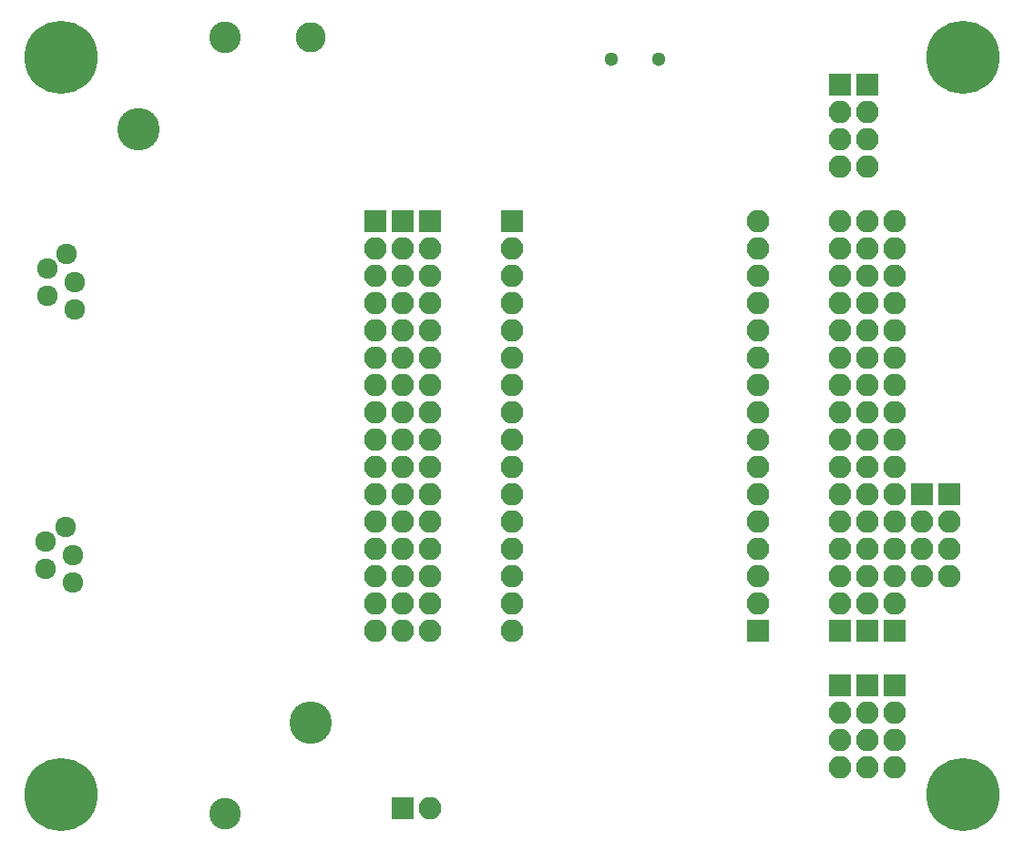
<source format=gbr>
G04 #@! TF.FileFunction,Soldermask,Bot*
%FSLAX46Y46*%
G04 Gerber Fmt 4.6, Leading zero omitted, Abs format (unit mm)*
G04 Created by KiCad (PCBNEW 4.0.7) date 11/01/17 14:25:33*
%MOMM*%
%LPD*%
G01*
G04 APERTURE LIST*
%ADD10C,0.100000*%
%ADD11R,2.100000X2.100000*%
%ADD12O,2.100000X2.100000*%
%ADD13C,1.300000*%
%ADD14C,2.940000*%
%ADD15C,3.950000*%
%ADD16C,2.790000*%
%ADD17C,6.800000*%
%ADD18C,1.924000*%
G04 APERTURE END LIST*
D10*
D11*
X177800000Y-124460000D03*
D12*
X177800000Y-121920000D03*
X177800000Y-119380000D03*
X177800000Y-116840000D03*
X177800000Y-114300000D03*
X177800000Y-111760000D03*
X177800000Y-109220000D03*
X177800000Y-106680000D03*
X177800000Y-104140000D03*
X177800000Y-101600000D03*
X177800000Y-99060000D03*
X177800000Y-96520000D03*
X177800000Y-93980000D03*
X177800000Y-91440000D03*
X177800000Y-88900000D03*
X177800000Y-86360000D03*
D11*
X154940000Y-86360000D03*
D12*
X154940000Y-88900000D03*
X154940000Y-91440000D03*
X154940000Y-93980000D03*
X154940000Y-96520000D03*
X154940000Y-99060000D03*
X154940000Y-101600000D03*
X154940000Y-104140000D03*
X154940000Y-106680000D03*
X154940000Y-109220000D03*
X154940000Y-111760000D03*
X154940000Y-114300000D03*
X154940000Y-116840000D03*
X154940000Y-119380000D03*
X154940000Y-121920000D03*
X154940000Y-124460000D03*
D11*
X147320000Y-86360000D03*
D12*
X147320000Y-88900000D03*
X147320000Y-91440000D03*
X147320000Y-93980000D03*
X147320000Y-96520000D03*
X147320000Y-99060000D03*
X147320000Y-101600000D03*
X147320000Y-104140000D03*
X147320000Y-106680000D03*
X147320000Y-109220000D03*
X147320000Y-111760000D03*
X147320000Y-114300000D03*
X147320000Y-116840000D03*
X147320000Y-119380000D03*
X147320000Y-121920000D03*
X147320000Y-124460000D03*
D11*
X185420000Y-124460000D03*
D12*
X185420000Y-121920000D03*
X185420000Y-119380000D03*
X185420000Y-116840000D03*
X185420000Y-114300000D03*
X185420000Y-111760000D03*
X185420000Y-109220000D03*
X185420000Y-106680000D03*
X185420000Y-104140000D03*
X185420000Y-101600000D03*
X185420000Y-99060000D03*
X185420000Y-96520000D03*
X185420000Y-93980000D03*
X185420000Y-91440000D03*
X185420000Y-88900000D03*
X185420000Y-86360000D03*
D11*
X144780000Y-86360000D03*
D12*
X144780000Y-88900000D03*
X144780000Y-91440000D03*
X144780000Y-93980000D03*
X144780000Y-96520000D03*
X144780000Y-99060000D03*
X144780000Y-101600000D03*
X144780000Y-104140000D03*
X144780000Y-106680000D03*
X144780000Y-109220000D03*
X144780000Y-111760000D03*
X144780000Y-114300000D03*
X144780000Y-116840000D03*
X144780000Y-119380000D03*
X144780000Y-121920000D03*
X144780000Y-124460000D03*
D11*
X187960000Y-124460000D03*
D12*
X187960000Y-121920000D03*
X187960000Y-119380000D03*
X187960000Y-116840000D03*
X187960000Y-114300000D03*
X187960000Y-111760000D03*
X187960000Y-109220000D03*
X187960000Y-106680000D03*
X187960000Y-104140000D03*
X187960000Y-101600000D03*
X187960000Y-99060000D03*
X187960000Y-96520000D03*
X187960000Y-93980000D03*
X187960000Y-91440000D03*
X187960000Y-88900000D03*
X187960000Y-86360000D03*
D11*
X142240000Y-86360000D03*
D12*
X142240000Y-88900000D03*
X142240000Y-91440000D03*
X142240000Y-93980000D03*
X142240000Y-96520000D03*
X142240000Y-99060000D03*
X142240000Y-101600000D03*
X142240000Y-104140000D03*
X142240000Y-106680000D03*
X142240000Y-109220000D03*
X142240000Y-111760000D03*
X142240000Y-114300000D03*
X142240000Y-116840000D03*
X142240000Y-119380000D03*
X142240000Y-121920000D03*
X142240000Y-124460000D03*
D11*
X190500000Y-124460000D03*
D12*
X190500000Y-121920000D03*
X190500000Y-119380000D03*
X190500000Y-116840000D03*
X190500000Y-114300000D03*
X190500000Y-111760000D03*
X190500000Y-109220000D03*
X190500000Y-106680000D03*
X190500000Y-104140000D03*
X190500000Y-101600000D03*
X190500000Y-99060000D03*
X190500000Y-96520000D03*
X190500000Y-93980000D03*
X190500000Y-91440000D03*
X190500000Y-88900000D03*
X190500000Y-86360000D03*
D13*
X168570000Y-71320000D03*
X164170000Y-71320000D03*
D14*
X128270000Y-141520000D03*
X128270000Y-69300000D03*
D15*
X136270000Y-133010000D03*
X120270000Y-77810000D03*
D16*
X136270000Y-69300000D03*
D17*
X113030000Y-71120000D03*
X196850000Y-71120000D03*
X113030000Y-139700000D03*
X196850000Y-139700000D03*
D11*
X144780000Y-140970000D03*
D12*
X147320000Y-140970000D03*
D11*
X185420000Y-129540000D03*
D12*
X185420000Y-132080000D03*
X185420000Y-134620000D03*
X185420000Y-137160000D03*
D11*
X187960000Y-129540000D03*
D12*
X187960000Y-132080000D03*
X187960000Y-134620000D03*
X187960000Y-137160000D03*
D11*
X190500000Y-129540000D03*
D12*
X190500000Y-132080000D03*
X190500000Y-134620000D03*
X190500000Y-137160000D03*
D18*
X111760000Y-90805000D03*
X114300000Y-92075000D03*
X111760000Y-93345000D03*
X114300000Y-94615000D03*
X113563400Y-89408000D03*
D11*
X185420000Y-73660000D03*
D12*
X185420000Y-76200000D03*
X185420000Y-78740000D03*
X185420000Y-81280000D03*
D11*
X187960000Y-73660000D03*
D12*
X187960000Y-76200000D03*
X187960000Y-78740000D03*
X187960000Y-81280000D03*
D18*
X111633000Y-116205000D03*
X114173000Y-117475000D03*
X111633000Y-118745000D03*
X114173000Y-120015000D03*
X113436400Y-114808000D03*
D11*
X193040000Y-111760000D03*
D12*
X193040000Y-114300000D03*
X193040000Y-116840000D03*
X193040000Y-119380000D03*
D11*
X195580000Y-111760000D03*
D12*
X195580000Y-114300000D03*
X195580000Y-116840000D03*
X195580000Y-119380000D03*
M02*

</source>
